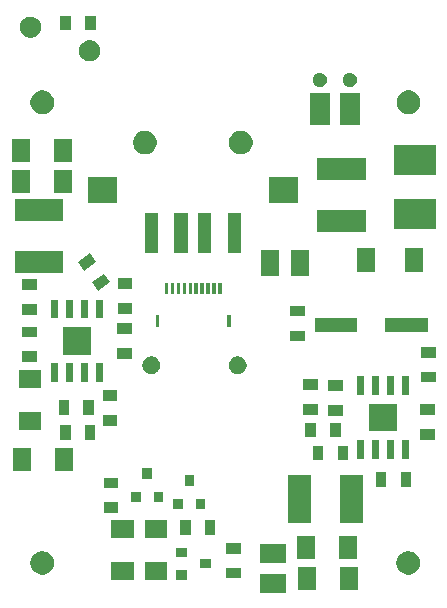
<source format=gbs>
G04 #@! TF.GenerationSoftware,KiCad,Pcbnew,(5.0.1)-4*
G04 #@! TF.CreationDate,2018-12-06T20:38:25-05:00*
G04 #@! TF.ProjectId,TrafMasterV1,547261664D617374657256312E6B6963,V1*
G04 #@! TF.SameCoordinates,Original*
G04 #@! TF.FileFunction,Soldermask,Bot*
G04 #@! TF.FilePolarity,Negative*
%FSLAX46Y46*%
G04 Gerber Fmt 4.6, Leading zero omitted, Abs format (unit mm)*
G04 Created by KiCad (PCBNEW (5.0.1)-4) date 12/6/2018 8:38:25 PM*
%MOMM*%
%LPD*%
G01*
G04 APERTURE LIST*
%ADD10C,0.150000*%
G04 APERTURE END LIST*
D10*
G36*
X109507200Y-104061160D02*
X107307200Y-104061160D01*
X107307200Y-102461160D01*
X109507200Y-102461160D01*
X109507200Y-104061160D01*
X109507200Y-104061160D01*
G37*
G36*
X115575080Y-103817420D02*
X114051080Y-103817420D01*
X114051080Y-101912420D01*
X115575080Y-101912420D01*
X115575080Y-103817420D01*
X115575080Y-103817420D01*
G37*
G36*
X112019080Y-103817420D02*
X110495080Y-103817420D01*
X110495080Y-101912420D01*
X112019080Y-101912420D01*
X112019080Y-103817420D01*
X112019080Y-103817420D01*
G37*
G36*
X96618680Y-103014700D02*
X94713680Y-103014700D01*
X94713680Y-101490700D01*
X96618680Y-101490700D01*
X96618680Y-103014700D01*
X96618680Y-103014700D01*
G37*
G36*
X99450780Y-102976600D02*
X97545780Y-102976600D01*
X97545780Y-101452600D01*
X99450780Y-101452600D01*
X99450780Y-102976600D01*
X99450780Y-102976600D01*
G37*
G36*
X101110580Y-102967700D02*
X100210580Y-102967700D01*
X100210580Y-102167700D01*
X101110580Y-102167700D01*
X101110580Y-102967700D01*
X101110580Y-102967700D01*
G37*
G36*
X105689180Y-102863700D02*
X104439180Y-102863700D01*
X104439180Y-101963700D01*
X105689180Y-101963700D01*
X105689180Y-102863700D01*
X105689180Y-102863700D01*
G37*
G36*
X89140889Y-100587629D02*
X89322878Y-100663011D01*
X89486663Y-100772449D01*
X89625951Y-100911737D01*
X89735389Y-101075522D01*
X89810771Y-101257511D01*
X89849200Y-101450709D01*
X89849200Y-101647691D01*
X89810771Y-101840889D01*
X89735389Y-102022878D01*
X89625951Y-102186663D01*
X89486663Y-102325951D01*
X89322878Y-102435389D01*
X89140889Y-102510771D01*
X88947691Y-102549200D01*
X88750709Y-102549200D01*
X88557511Y-102510771D01*
X88375522Y-102435389D01*
X88211737Y-102325951D01*
X88072449Y-102186663D01*
X87963011Y-102022878D01*
X87887629Y-101840889D01*
X87849200Y-101647691D01*
X87849200Y-101450709D01*
X87887629Y-101257511D01*
X87963011Y-101075522D01*
X88072449Y-100911737D01*
X88211737Y-100772449D01*
X88375522Y-100663011D01*
X88557511Y-100587629D01*
X88750709Y-100549200D01*
X88947691Y-100549200D01*
X89140889Y-100587629D01*
X89140889Y-100587629D01*
G37*
G36*
X120128889Y-100587629D02*
X120310878Y-100663011D01*
X120474663Y-100772449D01*
X120613951Y-100911737D01*
X120723389Y-101075522D01*
X120798771Y-101257511D01*
X120837200Y-101450709D01*
X120837200Y-101647691D01*
X120798771Y-101840889D01*
X120723389Y-102022878D01*
X120613951Y-102186663D01*
X120474663Y-102325951D01*
X120310878Y-102435389D01*
X120128889Y-102510771D01*
X119935691Y-102549200D01*
X119738709Y-102549200D01*
X119545511Y-102510771D01*
X119363522Y-102435389D01*
X119199737Y-102325951D01*
X119060449Y-102186663D01*
X118951011Y-102022878D01*
X118875629Y-101840889D01*
X118837200Y-101647691D01*
X118837200Y-101450709D01*
X118875629Y-101257511D01*
X118951011Y-101075522D01*
X119060449Y-100911737D01*
X119199737Y-100772449D01*
X119363522Y-100663011D01*
X119545511Y-100587629D01*
X119738709Y-100549200D01*
X119935691Y-100549200D01*
X120128889Y-100587629D01*
X120128889Y-100587629D01*
G37*
G36*
X103110580Y-102017700D02*
X102210580Y-102017700D01*
X102210580Y-101217700D01*
X103110580Y-101217700D01*
X103110580Y-102017700D01*
X103110580Y-102017700D01*
G37*
G36*
X109507200Y-101521160D02*
X107307200Y-101521160D01*
X107307200Y-99921160D01*
X109507200Y-99921160D01*
X109507200Y-101521160D01*
X109507200Y-101521160D01*
G37*
G36*
X115534440Y-101196140D02*
X114010440Y-101196140D01*
X114010440Y-99291140D01*
X115534440Y-99291140D01*
X115534440Y-101196140D01*
X115534440Y-101196140D01*
G37*
G36*
X111978440Y-101196140D02*
X110454440Y-101196140D01*
X110454440Y-99291140D01*
X111978440Y-99291140D01*
X111978440Y-101196140D01*
X111978440Y-101196140D01*
G37*
G36*
X101110580Y-101067700D02*
X100210580Y-101067700D01*
X100210580Y-100267700D01*
X101110580Y-100267700D01*
X101110580Y-101067700D01*
X101110580Y-101067700D01*
G37*
G36*
X105689180Y-100763700D02*
X104439180Y-100763700D01*
X104439180Y-99863700D01*
X105689180Y-99863700D01*
X105689180Y-100763700D01*
X105689180Y-100763700D01*
G37*
G36*
X96618680Y-99458700D02*
X94713680Y-99458700D01*
X94713680Y-97934700D01*
X96618680Y-97934700D01*
X96618680Y-99458700D01*
X96618680Y-99458700D01*
G37*
G36*
X99450780Y-99420600D02*
X97545780Y-99420600D01*
X97545780Y-97896600D01*
X99450780Y-97896600D01*
X99450780Y-99420600D01*
X99450780Y-99420600D01*
G37*
G36*
X103516180Y-99194700D02*
X102616180Y-99194700D01*
X102616180Y-97944700D01*
X103516180Y-97944700D01*
X103516180Y-99194700D01*
X103516180Y-99194700D01*
G37*
G36*
X101416180Y-99194700D02*
X100516180Y-99194700D01*
X100516180Y-97944700D01*
X101416180Y-97944700D01*
X101416180Y-99194700D01*
X101416180Y-99194700D01*
G37*
G36*
X115986960Y-98199160D02*
X114086960Y-98199160D01*
X114086960Y-94099160D01*
X115986960Y-94099160D01*
X115986960Y-98199160D01*
X115986960Y-98199160D01*
G37*
G36*
X111586960Y-98199160D02*
X109686960Y-98199160D01*
X109686960Y-94099160D01*
X111586960Y-94099160D01*
X111586960Y-98199160D01*
X111586960Y-98199160D01*
G37*
G36*
X95295880Y-97313880D02*
X94045880Y-97313880D01*
X94045880Y-96413880D01*
X95295880Y-96413880D01*
X95295880Y-97313880D01*
X95295880Y-97313880D01*
G37*
G36*
X100754980Y-96997100D02*
X99954980Y-96997100D01*
X99954980Y-96097100D01*
X100754980Y-96097100D01*
X100754980Y-96997100D01*
X100754980Y-96997100D01*
G37*
G36*
X102654980Y-96997100D02*
X101854980Y-96997100D01*
X101854980Y-96097100D01*
X102654980Y-96097100D01*
X102654980Y-96997100D01*
X102654980Y-96997100D01*
G37*
G36*
X99084120Y-96405360D02*
X98284120Y-96405360D01*
X98284120Y-95505360D01*
X99084120Y-95505360D01*
X99084120Y-96405360D01*
X99084120Y-96405360D01*
G37*
G36*
X97184120Y-96405360D02*
X96384120Y-96405360D01*
X96384120Y-95505360D01*
X97184120Y-95505360D01*
X97184120Y-96405360D01*
X97184120Y-96405360D01*
G37*
G36*
X95295880Y-95213880D02*
X94045880Y-95213880D01*
X94045880Y-94313880D01*
X95295880Y-94313880D01*
X95295880Y-95213880D01*
X95295880Y-95213880D01*
G37*
G36*
X117992600Y-95118080D02*
X117092600Y-95118080D01*
X117092600Y-93868080D01*
X117992600Y-93868080D01*
X117992600Y-95118080D01*
X117992600Y-95118080D01*
G37*
G36*
X120092600Y-95118080D02*
X119192600Y-95118080D01*
X119192600Y-93868080D01*
X120092600Y-93868080D01*
X120092600Y-95118080D01*
X120092600Y-95118080D01*
G37*
G36*
X101704980Y-94997100D02*
X100904980Y-94997100D01*
X100904980Y-94097100D01*
X101704980Y-94097100D01*
X101704980Y-94997100D01*
X101704980Y-94997100D01*
G37*
G36*
X98134120Y-94405360D02*
X97334120Y-94405360D01*
X97334120Y-93505360D01*
X98134120Y-93505360D01*
X98134120Y-94405360D01*
X98134120Y-94405360D01*
G37*
G36*
X91440000Y-93738700D02*
X89916000Y-93738700D01*
X89916000Y-91833700D01*
X91440000Y-91833700D01*
X91440000Y-93738700D01*
X91440000Y-93738700D01*
G37*
G36*
X87884000Y-93738700D02*
X86360000Y-93738700D01*
X86360000Y-91833700D01*
X87884000Y-91833700D01*
X87884000Y-93738700D01*
X87884000Y-93738700D01*
G37*
G36*
X114768760Y-92862560D02*
X113868760Y-92862560D01*
X113868760Y-91612560D01*
X114768760Y-91612560D01*
X114768760Y-92862560D01*
X114768760Y-92862560D01*
G37*
G36*
X112668760Y-92862560D02*
X111768760Y-92862560D01*
X111768760Y-91612560D01*
X112668760Y-91612560D01*
X112668760Y-92862560D01*
X112668760Y-92862560D01*
G37*
G36*
X116121460Y-92710280D02*
X115521460Y-92710280D01*
X115521460Y-91160280D01*
X116121460Y-91160280D01*
X116121460Y-92710280D01*
X116121460Y-92710280D01*
G37*
G36*
X119931460Y-92710280D02*
X119331460Y-92710280D01*
X119331460Y-91160280D01*
X119931460Y-91160280D01*
X119931460Y-92710280D01*
X119931460Y-92710280D01*
G37*
G36*
X118661460Y-92710280D02*
X118061460Y-92710280D01*
X118061460Y-91160280D01*
X118661460Y-91160280D01*
X118661460Y-92710280D01*
X118661460Y-92710280D01*
G37*
G36*
X117391460Y-92710280D02*
X116791460Y-92710280D01*
X116791460Y-91160280D01*
X117391460Y-91160280D01*
X117391460Y-92710280D01*
X117391460Y-92710280D01*
G37*
G36*
X93355000Y-91150600D02*
X92455000Y-91150600D01*
X92455000Y-89900600D01*
X93355000Y-89900600D01*
X93355000Y-91150600D01*
X93355000Y-91150600D01*
G37*
G36*
X91255000Y-91150600D02*
X90355000Y-91150600D01*
X90355000Y-89900600D01*
X91255000Y-89900600D01*
X91255000Y-91150600D01*
X91255000Y-91150600D01*
G37*
G36*
X122077640Y-91124880D02*
X120827640Y-91124880D01*
X120827640Y-90224880D01*
X122077640Y-90224880D01*
X122077640Y-91124880D01*
X122077640Y-91124880D01*
G37*
G36*
X114143920Y-90906760D02*
X113243920Y-90906760D01*
X113243920Y-89656760D01*
X114143920Y-89656760D01*
X114143920Y-90906760D01*
X114143920Y-90906760D01*
G37*
G36*
X112043920Y-90906760D02*
X111143920Y-90906760D01*
X111143920Y-89656760D01*
X112043920Y-89656760D01*
X112043920Y-90906760D01*
X112043920Y-90906760D01*
G37*
G36*
X118901460Y-90410280D02*
X116551460Y-90410280D01*
X116551460Y-88060280D01*
X118901460Y-88060280D01*
X118901460Y-90410280D01*
X118901460Y-90410280D01*
G37*
G36*
X88785700Y-90297000D02*
X86880700Y-90297000D01*
X86880700Y-88773000D01*
X88785700Y-88773000D01*
X88785700Y-90297000D01*
X88785700Y-90297000D01*
G37*
G36*
X95214600Y-89942800D02*
X93964600Y-89942800D01*
X93964600Y-89042800D01*
X95214600Y-89042800D01*
X95214600Y-89942800D01*
X95214600Y-89942800D01*
G37*
G36*
X114325560Y-89094440D02*
X113075560Y-89094440D01*
X113075560Y-88194440D01*
X114325560Y-88194440D01*
X114325560Y-89094440D01*
X114325560Y-89094440D01*
G37*
G36*
X91144800Y-89042400D02*
X90244800Y-89042400D01*
X90244800Y-87792400D01*
X91144800Y-87792400D01*
X91144800Y-89042400D01*
X91144800Y-89042400D01*
G37*
G36*
X93244800Y-89042400D02*
X92344800Y-89042400D01*
X92344800Y-87792400D01*
X93244800Y-87792400D01*
X93244800Y-89042400D01*
X93244800Y-89042400D01*
G37*
G36*
X122077640Y-89024880D02*
X120827640Y-89024880D01*
X120827640Y-88124880D01*
X122077640Y-88124880D01*
X122077640Y-89024880D01*
X122077640Y-89024880D01*
G37*
G36*
X112207200Y-89008080D02*
X110957200Y-89008080D01*
X110957200Y-88108080D01*
X112207200Y-88108080D01*
X112207200Y-89008080D01*
X112207200Y-89008080D01*
G37*
G36*
X95214600Y-87842800D02*
X93964600Y-87842800D01*
X93964600Y-86942800D01*
X95214600Y-86942800D01*
X95214600Y-87842800D01*
X95214600Y-87842800D01*
G37*
G36*
X119931460Y-87310280D02*
X119331460Y-87310280D01*
X119331460Y-85760280D01*
X119931460Y-85760280D01*
X119931460Y-87310280D01*
X119931460Y-87310280D01*
G37*
G36*
X118661460Y-87310280D02*
X118061460Y-87310280D01*
X118061460Y-85760280D01*
X118661460Y-85760280D01*
X118661460Y-87310280D01*
X118661460Y-87310280D01*
G37*
G36*
X117391460Y-87310280D02*
X116791460Y-87310280D01*
X116791460Y-85760280D01*
X117391460Y-85760280D01*
X117391460Y-87310280D01*
X117391460Y-87310280D01*
G37*
G36*
X116121460Y-87310280D02*
X115521460Y-87310280D01*
X115521460Y-85760280D01*
X116121460Y-85760280D01*
X116121460Y-87310280D01*
X116121460Y-87310280D01*
G37*
G36*
X114325560Y-86994440D02*
X113075560Y-86994440D01*
X113075560Y-86094440D01*
X114325560Y-86094440D01*
X114325560Y-86994440D01*
X114325560Y-86994440D01*
G37*
G36*
X112207200Y-86908080D02*
X110957200Y-86908080D01*
X110957200Y-86008080D01*
X112207200Y-86008080D01*
X112207200Y-86908080D01*
X112207200Y-86908080D01*
G37*
G36*
X88785700Y-86741000D02*
X86880700Y-86741000D01*
X86880700Y-85217000D01*
X88785700Y-85217000D01*
X88785700Y-86741000D01*
X88785700Y-86741000D01*
G37*
G36*
X122158920Y-86264880D02*
X120908920Y-86264880D01*
X120908920Y-85364880D01*
X122158920Y-85364880D01*
X122158920Y-86264880D01*
X122158920Y-86264880D01*
G37*
G36*
X94013300Y-86202800D02*
X93413300Y-86202800D01*
X93413300Y-84652800D01*
X94013300Y-84652800D01*
X94013300Y-86202800D01*
X94013300Y-86202800D01*
G37*
G36*
X92743300Y-86202800D02*
X92143300Y-86202800D01*
X92143300Y-84652800D01*
X92743300Y-84652800D01*
X92743300Y-86202800D01*
X92743300Y-86202800D01*
G37*
G36*
X91473300Y-86202800D02*
X90873300Y-86202800D01*
X90873300Y-84652800D01*
X91473300Y-84652800D01*
X91473300Y-86202800D01*
X91473300Y-86202800D01*
G37*
G36*
X90203300Y-86202800D02*
X89603300Y-86202800D01*
X89603300Y-84652800D01*
X90203300Y-84652800D01*
X90203300Y-86202800D01*
X90203300Y-86202800D01*
G37*
G36*
X98305568Y-84082822D02*
X98442056Y-84139357D01*
X98564898Y-84221438D01*
X98669362Y-84325902D01*
X98751443Y-84448744D01*
X98807978Y-84585232D01*
X98836800Y-84730131D01*
X98836800Y-84877869D01*
X98807978Y-85022768D01*
X98751443Y-85159256D01*
X98669362Y-85282098D01*
X98564898Y-85386562D01*
X98442056Y-85468643D01*
X98305568Y-85525178D01*
X98160669Y-85554000D01*
X98012931Y-85554000D01*
X97868032Y-85525178D01*
X97731544Y-85468643D01*
X97608702Y-85386562D01*
X97504238Y-85282098D01*
X97422157Y-85159256D01*
X97365622Y-85022768D01*
X97336800Y-84877869D01*
X97336800Y-84730131D01*
X97365622Y-84585232D01*
X97422157Y-84448744D01*
X97504238Y-84325902D01*
X97608702Y-84221438D01*
X97731544Y-84139357D01*
X97868032Y-84082822D01*
X98012931Y-84054000D01*
X98160669Y-84054000D01*
X98305568Y-84082822D01*
X98305568Y-84082822D01*
G37*
G36*
X105620768Y-84082822D02*
X105757256Y-84139357D01*
X105880098Y-84221438D01*
X105984562Y-84325902D01*
X106066643Y-84448744D01*
X106123178Y-84585232D01*
X106152000Y-84730131D01*
X106152000Y-84877869D01*
X106123178Y-85022768D01*
X106066643Y-85159256D01*
X105984562Y-85282098D01*
X105880098Y-85386562D01*
X105757256Y-85468643D01*
X105620768Y-85525178D01*
X105475869Y-85554000D01*
X105328131Y-85554000D01*
X105183232Y-85525178D01*
X105046744Y-85468643D01*
X104923902Y-85386562D01*
X104819438Y-85282098D01*
X104737357Y-85159256D01*
X104680822Y-85022768D01*
X104652000Y-84877869D01*
X104652000Y-84730131D01*
X104680822Y-84585232D01*
X104737357Y-84448744D01*
X104819438Y-84325902D01*
X104923902Y-84221438D01*
X105046744Y-84139357D01*
X105183232Y-84082822D01*
X105328131Y-84054000D01*
X105475869Y-84054000D01*
X105620768Y-84082822D01*
X105620768Y-84082822D01*
G37*
G36*
X88420100Y-84532600D02*
X87170100Y-84532600D01*
X87170100Y-83632600D01*
X88420100Y-83632600D01*
X88420100Y-84532600D01*
X88420100Y-84532600D01*
G37*
G36*
X96459200Y-84253200D02*
X95209200Y-84253200D01*
X95209200Y-83353200D01*
X96459200Y-83353200D01*
X96459200Y-84253200D01*
X96459200Y-84253200D01*
G37*
G36*
X122158920Y-84164880D02*
X120908920Y-84164880D01*
X120908920Y-83264880D01*
X122158920Y-83264880D01*
X122158920Y-84164880D01*
X122158920Y-84164880D01*
G37*
G36*
X92983300Y-83902800D02*
X90633300Y-83902800D01*
X90633300Y-81552800D01*
X92983300Y-81552800D01*
X92983300Y-83902800D01*
X92983300Y-83902800D01*
G37*
G36*
X111064200Y-82781560D02*
X109814200Y-82781560D01*
X109814200Y-81881560D01*
X111064200Y-81881560D01*
X111064200Y-82781560D01*
X111064200Y-82781560D01*
G37*
G36*
X88420100Y-82432600D02*
X87170100Y-82432600D01*
X87170100Y-81532600D01*
X88420100Y-81532600D01*
X88420100Y-82432600D01*
X88420100Y-82432600D01*
G37*
G36*
X96459200Y-82153200D02*
X95209200Y-82153200D01*
X95209200Y-81253200D01*
X96459200Y-81253200D01*
X96459200Y-82153200D01*
X96459200Y-82153200D01*
G37*
G36*
X121513000Y-82007000D02*
X117913000Y-82007000D01*
X117913000Y-80807000D01*
X121513000Y-80807000D01*
X121513000Y-82007000D01*
X121513000Y-82007000D01*
G37*
G36*
X115513000Y-82007000D02*
X111913000Y-82007000D01*
X111913000Y-80807000D01*
X115513000Y-80807000D01*
X115513000Y-82007000D01*
X115513000Y-82007000D01*
G37*
G36*
X104832800Y-81578000D02*
X104532800Y-81578000D01*
X104532800Y-80578000D01*
X104832800Y-80578000D01*
X104832800Y-81578000D01*
X104832800Y-81578000D01*
G37*
G36*
X98752800Y-81578000D02*
X98452800Y-81578000D01*
X98452800Y-80578000D01*
X98752800Y-80578000D01*
X98752800Y-81578000D01*
X98752800Y-81578000D01*
G37*
G36*
X91473300Y-80802800D02*
X90873300Y-80802800D01*
X90873300Y-79252800D01*
X91473300Y-79252800D01*
X91473300Y-80802800D01*
X91473300Y-80802800D01*
G37*
G36*
X94013300Y-80802800D02*
X93413300Y-80802800D01*
X93413300Y-79252800D01*
X94013300Y-79252800D01*
X94013300Y-80802800D01*
X94013300Y-80802800D01*
G37*
G36*
X92743300Y-80802800D02*
X92143300Y-80802800D01*
X92143300Y-79252800D01*
X92743300Y-79252800D01*
X92743300Y-80802800D01*
X92743300Y-80802800D01*
G37*
G36*
X90203300Y-80802800D02*
X89603300Y-80802800D01*
X89603300Y-79252800D01*
X90203300Y-79252800D01*
X90203300Y-80802800D01*
X90203300Y-80802800D01*
G37*
G36*
X111064200Y-80681560D02*
X109814200Y-80681560D01*
X109814200Y-79781560D01*
X111064200Y-79781560D01*
X111064200Y-80681560D01*
X111064200Y-80681560D01*
G37*
G36*
X88407400Y-80519400D02*
X87157400Y-80519400D01*
X87157400Y-79619400D01*
X88407400Y-79619400D01*
X88407400Y-80519400D01*
X88407400Y-80519400D01*
G37*
G36*
X96484600Y-80455900D02*
X95234600Y-80455900D01*
X95234600Y-79555900D01*
X96484600Y-79555900D01*
X96484600Y-80455900D01*
X96484600Y-80455900D01*
G37*
G36*
X103042800Y-78778000D02*
X102742800Y-78778000D01*
X102742800Y-77878000D01*
X103042800Y-77878000D01*
X103042800Y-78778000D01*
X103042800Y-78778000D01*
G37*
G36*
X101042800Y-78778000D02*
X100742800Y-78778000D01*
X100742800Y-77878000D01*
X101042800Y-77878000D01*
X101042800Y-78778000D01*
X101042800Y-78778000D01*
G37*
G36*
X100542800Y-78778000D02*
X100242800Y-78778000D01*
X100242800Y-77878000D01*
X100542800Y-77878000D01*
X100542800Y-78778000D01*
X100542800Y-78778000D01*
G37*
G36*
X100042800Y-78778000D02*
X99742800Y-78778000D01*
X99742800Y-77878000D01*
X100042800Y-77878000D01*
X100042800Y-78778000D01*
X100042800Y-78778000D01*
G37*
G36*
X104042800Y-78778000D02*
X103742800Y-78778000D01*
X103742800Y-77878000D01*
X104042800Y-77878000D01*
X104042800Y-78778000D01*
X104042800Y-78778000D01*
G37*
G36*
X103542800Y-78778000D02*
X103242800Y-78778000D01*
X103242800Y-77878000D01*
X103542800Y-77878000D01*
X103542800Y-78778000D01*
X103542800Y-78778000D01*
G37*
G36*
X99542800Y-78778000D02*
X99242800Y-78778000D01*
X99242800Y-77878000D01*
X99542800Y-77878000D01*
X99542800Y-78778000D01*
X99542800Y-78778000D01*
G37*
G36*
X102542800Y-78778000D02*
X102242800Y-78778000D01*
X102242800Y-77878000D01*
X102542800Y-77878000D01*
X102542800Y-78778000D01*
X102542800Y-78778000D01*
G37*
G36*
X102042800Y-78778000D02*
X101742800Y-78778000D01*
X101742800Y-77878000D01*
X102042800Y-77878000D01*
X102042800Y-78778000D01*
X102042800Y-78778000D01*
G37*
G36*
X101542800Y-78778000D02*
X101242800Y-78778000D01*
X101242800Y-77878000D01*
X101542800Y-77878000D01*
X101542800Y-78778000D01*
X101542800Y-78778000D01*
G37*
G36*
X94620814Y-77801763D02*
X93596874Y-78518734D01*
X93080656Y-77781497D01*
X94104596Y-77064526D01*
X94620814Y-77801763D01*
X94620814Y-77801763D01*
G37*
G36*
X88407400Y-78419400D02*
X87157400Y-78419400D01*
X87157400Y-77519400D01*
X88407400Y-77519400D01*
X88407400Y-78419400D01*
X88407400Y-78419400D01*
G37*
G36*
X96484600Y-78355900D02*
X95234600Y-78355900D01*
X95234600Y-77455900D01*
X96484600Y-77455900D01*
X96484600Y-78355900D01*
X96484600Y-78355900D01*
G37*
G36*
X108940500Y-77236500D02*
X107340500Y-77236500D01*
X107340500Y-75036500D01*
X108940500Y-75036500D01*
X108940500Y-77236500D01*
X108940500Y-77236500D01*
G37*
G36*
X111480500Y-77236500D02*
X109880500Y-77236500D01*
X109880500Y-75036500D01*
X111480500Y-75036500D01*
X111480500Y-77236500D01*
X111480500Y-77236500D01*
G37*
G36*
X90619800Y-76997600D02*
X86519800Y-76997600D01*
X86519800Y-75097600D01*
X90619800Y-75097600D01*
X90619800Y-76997600D01*
X90619800Y-76997600D01*
G37*
G36*
X117062500Y-76882500D02*
X115538500Y-76882500D01*
X115538500Y-74882500D01*
X117062500Y-74882500D01*
X117062500Y-76882500D01*
X117062500Y-76882500D01*
G37*
G36*
X121062500Y-76882500D02*
X119538500Y-76882500D01*
X119538500Y-74882500D01*
X121062500Y-74882500D01*
X121062500Y-76882500D01*
X121062500Y-76882500D01*
G37*
G36*
X93416304Y-76081543D02*
X92392364Y-76798514D01*
X91876146Y-76061277D01*
X92900086Y-75344306D01*
X93416304Y-76081543D01*
X93416304Y-76081543D01*
G37*
G36*
X98672700Y-75316900D02*
X97552700Y-75316900D01*
X97552700Y-71926900D01*
X98672700Y-71926900D01*
X98672700Y-75316900D01*
X98672700Y-75316900D01*
G37*
G36*
X101172700Y-75316900D02*
X100052700Y-75316900D01*
X100052700Y-71926900D01*
X101172700Y-71926900D01*
X101172700Y-75316900D01*
X101172700Y-75316900D01*
G37*
G36*
X103172700Y-75316900D02*
X102052700Y-75316900D01*
X102052700Y-71926900D01*
X103172700Y-71926900D01*
X103172700Y-75316900D01*
X103172700Y-75316900D01*
G37*
G36*
X105672700Y-75316900D02*
X104552700Y-75316900D01*
X104552700Y-71926900D01*
X105672700Y-71926900D01*
X105672700Y-75316900D01*
X105672700Y-75316900D01*
G37*
G36*
X116250000Y-73550000D02*
X112150000Y-73550000D01*
X112150000Y-71650000D01*
X116250000Y-71650000D01*
X116250000Y-73550000D01*
X116250000Y-73550000D01*
G37*
G36*
X122178000Y-73256000D02*
X118622000Y-73256000D01*
X118622000Y-70716000D01*
X122178000Y-70716000D01*
X122178000Y-73256000D01*
X122178000Y-73256000D01*
G37*
G36*
X90619800Y-72597600D02*
X86519800Y-72597600D01*
X86519800Y-70697600D01*
X90619800Y-70697600D01*
X90619800Y-72597600D01*
X90619800Y-72597600D01*
G37*
G36*
X110502700Y-71051900D02*
X108062700Y-71051900D01*
X108062700Y-68831900D01*
X110502700Y-68831900D01*
X110502700Y-71051900D01*
X110502700Y-71051900D01*
G37*
G36*
X95162700Y-71051900D02*
X92722700Y-71051900D01*
X92722700Y-68831900D01*
X95162700Y-68831900D01*
X95162700Y-71051900D01*
X95162700Y-71051900D01*
G37*
G36*
X87782400Y-70192900D02*
X86258400Y-70192900D01*
X86258400Y-68287900D01*
X87782400Y-68287900D01*
X87782400Y-70192900D01*
X87782400Y-70192900D01*
G37*
G36*
X91338400Y-70192900D02*
X89814400Y-70192900D01*
X89814400Y-68287900D01*
X91338400Y-68287900D01*
X91338400Y-70192900D01*
X91338400Y-70192900D01*
G37*
G36*
X116250000Y-69150000D02*
X112150000Y-69150000D01*
X112150000Y-67250000D01*
X116250000Y-67250000D01*
X116250000Y-69150000D01*
X116250000Y-69150000D01*
G37*
G36*
X122178000Y-68684000D02*
X118622000Y-68684000D01*
X118622000Y-66144000D01*
X122178000Y-66144000D01*
X122178000Y-68684000D01*
X122178000Y-68684000D01*
G37*
G36*
X87782400Y-67576700D02*
X86258400Y-67576700D01*
X86258400Y-65671700D01*
X87782400Y-65671700D01*
X87782400Y-67576700D01*
X87782400Y-67576700D01*
G37*
G36*
X91338400Y-67576700D02*
X89814400Y-67576700D01*
X89814400Y-65671700D01*
X91338400Y-65671700D01*
X91338400Y-67576700D01*
X91338400Y-67576700D01*
G37*
G36*
X105964389Y-64980329D02*
X106146378Y-65055711D01*
X106310163Y-65165149D01*
X106449451Y-65304437D01*
X106558889Y-65468222D01*
X106634271Y-65650211D01*
X106672700Y-65843409D01*
X106672700Y-66040391D01*
X106634271Y-66233589D01*
X106558889Y-66415578D01*
X106449451Y-66579363D01*
X106310163Y-66718651D01*
X106146378Y-66828089D01*
X105964389Y-66903471D01*
X105771191Y-66941900D01*
X105574209Y-66941900D01*
X105381011Y-66903471D01*
X105199022Y-66828089D01*
X105035237Y-66718651D01*
X104895949Y-66579363D01*
X104786511Y-66415578D01*
X104711129Y-66233589D01*
X104672700Y-66040391D01*
X104672700Y-65843409D01*
X104711129Y-65650211D01*
X104786511Y-65468222D01*
X104895949Y-65304437D01*
X105035237Y-65165149D01*
X105199022Y-65055711D01*
X105381011Y-64980329D01*
X105574209Y-64941900D01*
X105771191Y-64941900D01*
X105964389Y-64980329D01*
X105964389Y-64980329D01*
G37*
G36*
X97844389Y-64980329D02*
X98026378Y-65055711D01*
X98190163Y-65165149D01*
X98329451Y-65304437D01*
X98438889Y-65468222D01*
X98514271Y-65650211D01*
X98552700Y-65843409D01*
X98552700Y-66040391D01*
X98514271Y-66233589D01*
X98438889Y-66415578D01*
X98329451Y-66579363D01*
X98190163Y-66718651D01*
X98026378Y-66828089D01*
X97844389Y-66903471D01*
X97651191Y-66941900D01*
X97454209Y-66941900D01*
X97261011Y-66903471D01*
X97079022Y-66828089D01*
X96915237Y-66718651D01*
X96775949Y-66579363D01*
X96666511Y-66415578D01*
X96591129Y-66233589D01*
X96552700Y-66040391D01*
X96552700Y-65843409D01*
X96591129Y-65650211D01*
X96666511Y-65468222D01*
X96775949Y-65304437D01*
X96915237Y-65165149D01*
X97079022Y-65055711D01*
X97261011Y-64980329D01*
X97454209Y-64941900D01*
X97651191Y-64941900D01*
X97844389Y-64980329D01*
X97844389Y-64980329D01*
G37*
G36*
X115746900Y-64443600D02*
X114046900Y-64443600D01*
X114046900Y-61743600D01*
X115746900Y-61743600D01*
X115746900Y-64443600D01*
X115746900Y-64443600D01*
G37*
G36*
X113206900Y-64443600D02*
X111506900Y-64443600D01*
X111506900Y-61743600D01*
X113206900Y-61743600D01*
X113206900Y-64443600D01*
X113206900Y-64443600D01*
G37*
G36*
X120154289Y-61573229D02*
X120336278Y-61648611D01*
X120500063Y-61758049D01*
X120639351Y-61897337D01*
X120748789Y-62061122D01*
X120824171Y-62243111D01*
X120862600Y-62436309D01*
X120862600Y-62633291D01*
X120824171Y-62826489D01*
X120748789Y-63008478D01*
X120639351Y-63172263D01*
X120500063Y-63311551D01*
X120336278Y-63420989D01*
X120154289Y-63496371D01*
X119961091Y-63534800D01*
X119764109Y-63534800D01*
X119570911Y-63496371D01*
X119388922Y-63420989D01*
X119225137Y-63311551D01*
X119085849Y-63172263D01*
X118976411Y-63008478D01*
X118901029Y-62826489D01*
X118862600Y-62633291D01*
X118862600Y-62436309D01*
X118901029Y-62243111D01*
X118976411Y-62061122D01*
X119085849Y-61897337D01*
X119225137Y-61758049D01*
X119388922Y-61648611D01*
X119570911Y-61573229D01*
X119764109Y-61534800D01*
X119961091Y-61534800D01*
X120154289Y-61573229D01*
X120154289Y-61573229D01*
G37*
G36*
X89140889Y-61573229D02*
X89322878Y-61648611D01*
X89486663Y-61758049D01*
X89625951Y-61897337D01*
X89735389Y-62061122D01*
X89810771Y-62243111D01*
X89849200Y-62436309D01*
X89849200Y-62633291D01*
X89810771Y-62826489D01*
X89735389Y-63008478D01*
X89625951Y-63172263D01*
X89486663Y-63311551D01*
X89322878Y-63420989D01*
X89140889Y-63496371D01*
X88947691Y-63534800D01*
X88750709Y-63534800D01*
X88557511Y-63496371D01*
X88375522Y-63420989D01*
X88211737Y-63311551D01*
X88072449Y-63172263D01*
X87963011Y-63008478D01*
X87887629Y-62826489D01*
X87849200Y-62633291D01*
X87849200Y-62436309D01*
X87887629Y-62243111D01*
X87963011Y-62061122D01*
X88072449Y-61897337D01*
X88211737Y-61758049D01*
X88375522Y-61648611D01*
X88557511Y-61573229D01*
X88750709Y-61534800D01*
X88947691Y-61534800D01*
X89140889Y-61573229D01*
X89140889Y-61573229D01*
G37*
G36*
X112531915Y-60066658D02*
X112641104Y-60111885D01*
X112739379Y-60177551D01*
X112822949Y-60261121D01*
X112888615Y-60359396D01*
X112933842Y-60468585D01*
X112956900Y-60584506D01*
X112956900Y-60702694D01*
X112933842Y-60818615D01*
X112888615Y-60927804D01*
X112822949Y-61026079D01*
X112739379Y-61109649D01*
X112641104Y-61175315D01*
X112531915Y-61220542D01*
X112415995Y-61243600D01*
X112297805Y-61243600D01*
X112181885Y-61220542D01*
X112072696Y-61175315D01*
X111974421Y-61109649D01*
X111890851Y-61026079D01*
X111825185Y-60927804D01*
X111779958Y-60818615D01*
X111756900Y-60702694D01*
X111756900Y-60584506D01*
X111779958Y-60468585D01*
X111825185Y-60359396D01*
X111890851Y-60261121D01*
X111974421Y-60177551D01*
X112072696Y-60111885D01*
X112181885Y-60066658D01*
X112297805Y-60043600D01*
X112415995Y-60043600D01*
X112531915Y-60066658D01*
X112531915Y-60066658D01*
G37*
G36*
X115071915Y-60066658D02*
X115181104Y-60111885D01*
X115279379Y-60177551D01*
X115362949Y-60261121D01*
X115428615Y-60359396D01*
X115473842Y-60468585D01*
X115496900Y-60584506D01*
X115496900Y-60702694D01*
X115473842Y-60818615D01*
X115428615Y-60927804D01*
X115362949Y-61026079D01*
X115279379Y-61109649D01*
X115181104Y-61175315D01*
X115071915Y-61220542D01*
X114955995Y-61243600D01*
X114837805Y-61243600D01*
X114721885Y-61220542D01*
X114612696Y-61175315D01*
X114514421Y-61109649D01*
X114430851Y-61026079D01*
X114365185Y-60927804D01*
X114319958Y-60818615D01*
X114296900Y-60702694D01*
X114296900Y-60584506D01*
X114319958Y-60468585D01*
X114365185Y-60359396D01*
X114430851Y-60261121D01*
X114514421Y-60177551D01*
X114612696Y-60111885D01*
X114721885Y-60066658D01*
X114837805Y-60043600D01*
X114955995Y-60043600D01*
X115071915Y-60066658D01*
X115071915Y-60066658D01*
G37*
G36*
X93124921Y-57325986D02*
X93288708Y-57393829D01*
X93288710Y-57393830D01*
X93436117Y-57492324D01*
X93561476Y-57617683D01*
X93659970Y-57765090D01*
X93727814Y-57928880D01*
X93762400Y-58102758D01*
X93762400Y-58280042D01*
X93727814Y-58453920D01*
X93659970Y-58617710D01*
X93561476Y-58765117D01*
X93436117Y-58890476D01*
X93288710Y-58988970D01*
X93288709Y-58988971D01*
X93288708Y-58988971D01*
X93124921Y-59056814D01*
X92951043Y-59091400D01*
X92773757Y-59091400D01*
X92599879Y-59056814D01*
X92436092Y-58988971D01*
X92436091Y-58988971D01*
X92436090Y-58988970D01*
X92288683Y-58890476D01*
X92163324Y-58765117D01*
X92064830Y-58617710D01*
X91996986Y-58453920D01*
X91962400Y-58280042D01*
X91962400Y-58102758D01*
X91996986Y-57928880D01*
X92064830Y-57765090D01*
X92163324Y-57617683D01*
X92288683Y-57492324D01*
X92436090Y-57393830D01*
X92436092Y-57393829D01*
X92599879Y-57325986D01*
X92773757Y-57291400D01*
X92951043Y-57291400D01*
X93124921Y-57325986D01*
X93124921Y-57325986D01*
G37*
G36*
X88121121Y-55319386D02*
X88284908Y-55387229D01*
X88284910Y-55387230D01*
X88432317Y-55485724D01*
X88557675Y-55611082D01*
X88656171Y-55758492D01*
X88724014Y-55922279D01*
X88758600Y-56096157D01*
X88758600Y-56273443D01*
X88724014Y-56447321D01*
X88656171Y-56611108D01*
X88656170Y-56611110D01*
X88557676Y-56758517D01*
X88432317Y-56883876D01*
X88284910Y-56982370D01*
X88284909Y-56982371D01*
X88284908Y-56982371D01*
X88121121Y-57050214D01*
X87947243Y-57084800D01*
X87769957Y-57084800D01*
X87596079Y-57050214D01*
X87432292Y-56982371D01*
X87432291Y-56982371D01*
X87432290Y-56982370D01*
X87284883Y-56883876D01*
X87159524Y-56758517D01*
X87061030Y-56611110D01*
X87061029Y-56611108D01*
X86993186Y-56447321D01*
X86958600Y-56273443D01*
X86958600Y-56096157D01*
X86993186Y-55922279D01*
X87061029Y-55758492D01*
X87159525Y-55611082D01*
X87284883Y-55485724D01*
X87432290Y-55387230D01*
X87432292Y-55387229D01*
X87596079Y-55319386D01*
X87769957Y-55284800D01*
X87947243Y-55284800D01*
X88121121Y-55319386D01*
X88121121Y-55319386D01*
G37*
G36*
X91266720Y-56449120D02*
X90366720Y-56449120D01*
X90366720Y-55199120D01*
X91266720Y-55199120D01*
X91266720Y-56449120D01*
X91266720Y-56449120D01*
G37*
G36*
X93366720Y-56449120D02*
X92466720Y-56449120D01*
X92466720Y-55199120D01*
X93366720Y-55199120D01*
X93366720Y-56449120D01*
X93366720Y-56449120D01*
G37*
M02*

</source>
